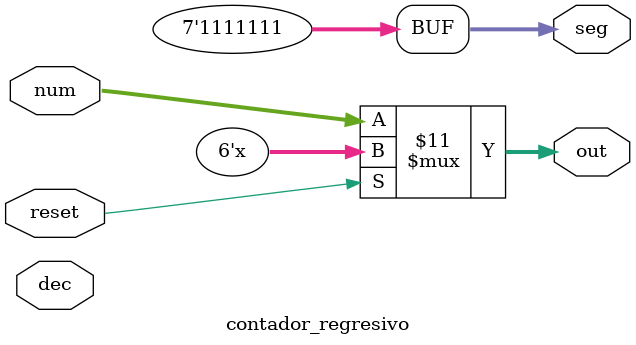
<source format=sv>
module contador_regresivo(input logic[5:0]num,
									input logic reset, 
									input logic dec,
								   output logic[5:0] out,
								   output logic[6:0] seg);
																										
always @ (reset, dec) begin
	case (out)
		0 : seg = 7'b0000001;
		1 : seg = 7'b1001111;
		2 : seg = 7'b0010010;
		3 : seg = 7'b0000110;
		4 : seg = 7'b1001100;
		5 : seg = 7'b0100100;
		6 : seg = 7'b0100000;
		7 : seg = 7'b0001111;
		8 : seg = 7'b0000000;
		9 : seg = 7'b0000100;
		10 : seg = 7'b0001000;
		11 : seg = 7'b1100000;
		12 : seg = 7'b0110001;
		13 : seg = 7'b1000010;
		14 : seg = 7'b0110000;
		15 : seg = 7'b0111000;
		default: seg = 7'b1111111;
	endcase
		
	if (!reset) begin
		out = num;
	end
	else begin
		if (out != 0) begin
			if (!dec)
				out <= out -1;
		end
	end
end
	
endmodule
</source>
